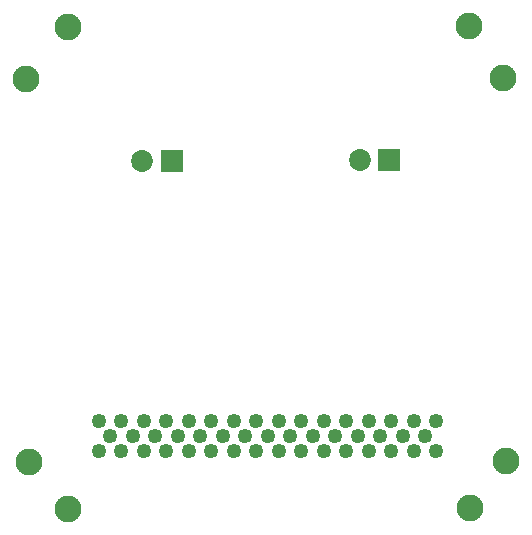
<source format=gbs>
G04 MADE WITH FRITZING*
G04 WWW.FRITZING.ORG*
G04 DOUBLE SIDED*
G04 HOLES PLATED*
G04 CONTOUR ON CENTER OF CONTOUR VECTOR*
%ASAXBY*%
%FSLAX23Y23*%
%MOIN*%
%OFA0B0*%
%SFA1.0B1.0*%
%ADD10C,0.072992*%
%ADD11C,0.089370*%
%ADD12C,0.049370*%
%ADD13R,0.072992X0.072992*%
%LNMASK0*%
G90*
G70*
G54D10*
X1291Y1244D03*
X1193Y1244D03*
X566Y1241D03*
X467Y1241D03*
G54D11*
X1671Y1516D03*
X1681Y239D03*
X220Y1686D03*
X91Y236D03*
X1560Y84D03*
X1558Y1690D03*
X81Y1513D03*
X222Y80D03*
G54D12*
X1299Y372D03*
X1449Y372D03*
X1149Y372D03*
X1374Y372D03*
X999Y372D03*
X1111Y322D03*
X924Y372D03*
X1074Y372D03*
X849Y372D03*
X1224Y372D03*
X474Y372D03*
X324Y372D03*
X399Y372D03*
X549Y372D03*
X961Y322D03*
X624Y372D03*
X699Y372D03*
X774Y372D03*
X511Y322D03*
X474Y272D03*
X1374Y272D03*
X999Y272D03*
X1149Y272D03*
X1224Y272D03*
X699Y272D03*
X849Y272D03*
X324Y272D03*
X924Y272D03*
X624Y272D03*
X774Y272D03*
X1449Y272D03*
X1074Y272D03*
X1299Y272D03*
X811Y322D03*
X399Y272D03*
X736Y322D03*
X586Y322D03*
X1336Y322D03*
X886Y322D03*
X436Y322D03*
X549Y272D03*
X361Y322D03*
X1036Y322D03*
X1186Y322D03*
X661Y322D03*
X1261Y322D03*
X1411Y322D03*
G54D13*
X1291Y1244D03*
X566Y1241D03*
G04 End of Mask0*
M02*
</source>
